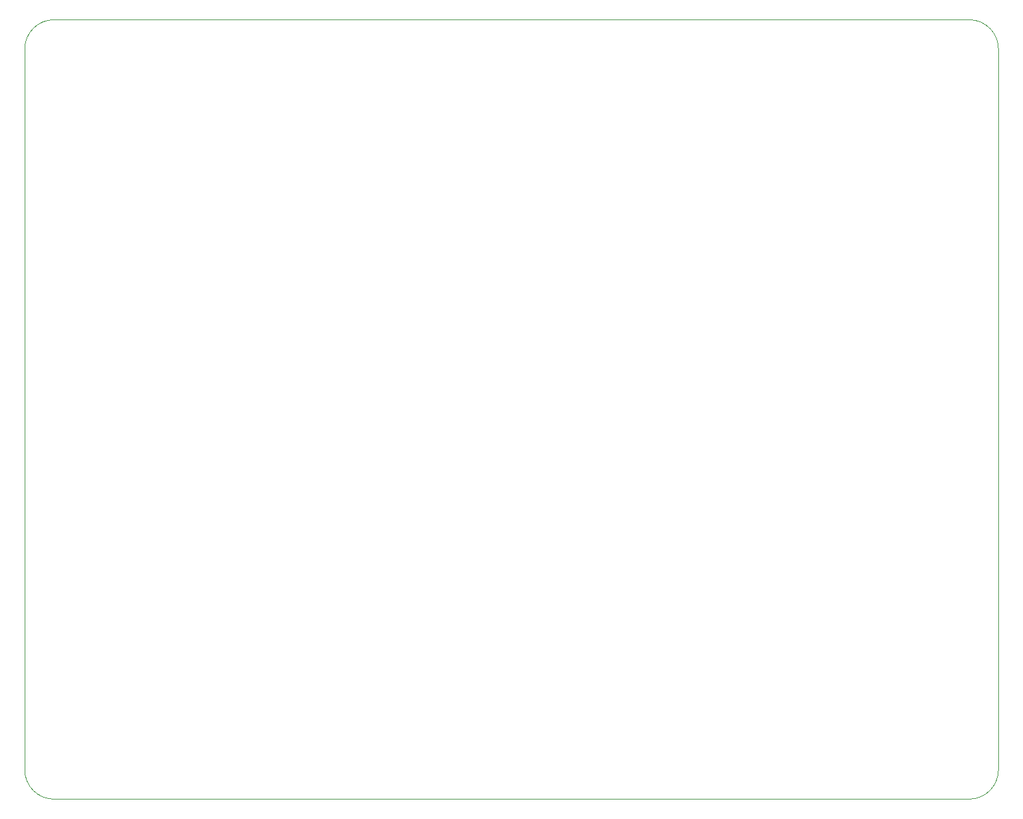
<source format=gbr>
%TF.GenerationSoftware,KiCad,Pcbnew,8.0.0*%
%TF.CreationDate,2024-03-17T22:04:36-04:00*%
%TF.ProjectId,S-Band Transceiver,532d4261-6e64-4205-9472-616e73636569,v1.0*%
%TF.SameCoordinates,Original*%
%TF.FileFunction,Profile,NP*%
%FSLAX46Y46*%
G04 Gerber Fmt 4.6, Leading zero omitted, Abs format (unit mm)*
G04 Created by KiCad (PCBNEW 8.0.0) date 2024-03-17 22:04:36*
%MOMM*%
%LPD*%
G01*
G04 APERTURE LIST*
%TA.AperFunction,Profile*%
%ADD10C,0.100000*%
%TD*%
G04 APERTURE END LIST*
D10*
X186690000Y-25400002D02*
G75*
G02*
X190500000Y-29210002I1J-3809999D01*
G01*
X190499998Y-123190000D02*
G75*
G02*
X186689998Y-127000000I-3809999J-1D01*
G01*
X67310000Y-127000000D02*
G75*
G02*
X63500000Y-123190000I-1J3809999D01*
G01*
X63500000Y-29210000D02*
G75*
G02*
X67310000Y-25400000I3810000J0D01*
G01*
X186690000Y-25400002D02*
X67310000Y-25400000D01*
X67310000Y-127000000D02*
X186689998Y-127000000D01*
X63500000Y-29210000D02*
X63500000Y-123190000D01*
X190499998Y-123190000D02*
X190500000Y-29210002D01*
M02*

</source>
